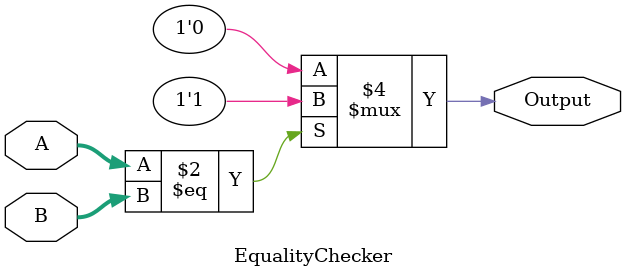
<source format=v>
`timescale 1ns / 1ps


module EqualityChecker(A, B, Output);
    input [31:0] A, B;
    output reg Output;

    always @ (A, B) begin

        if(A == B) begin
            Output = 1'b1;
        end

        else begin
            Output = 1'b0;
        end

    end

endmodule

</source>
